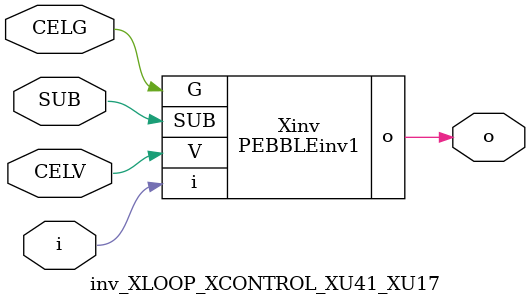
<source format=v>



module PEBBLEinv1 ( o, G, SUB, V, i );

  input V;
  input i;
  input G;
  output o;
  input SUB;
endmodule

//Celera Confidential Do Not Copy inv_XLOOP_XCONTROL_XU41_XU17
//Celera Confidential Symbol Generator
//5V Inverter
module inv_XLOOP_XCONTROL_XU41_XU17 (CELV,CELG,i,o,SUB);
input CELV;
input CELG;
input i;
input SUB;
output o;

//Celera Confidential Do Not Copy inv
PEBBLEinv1 Xinv(
.V (CELV),
.i (i),
.o (o),
.SUB (SUB),
.G (CELG)
);
//,diesize,PEBBLEinv1

//Celera Confidential Do Not Copy Module End
//Celera Schematic Generator
endmodule

</source>
